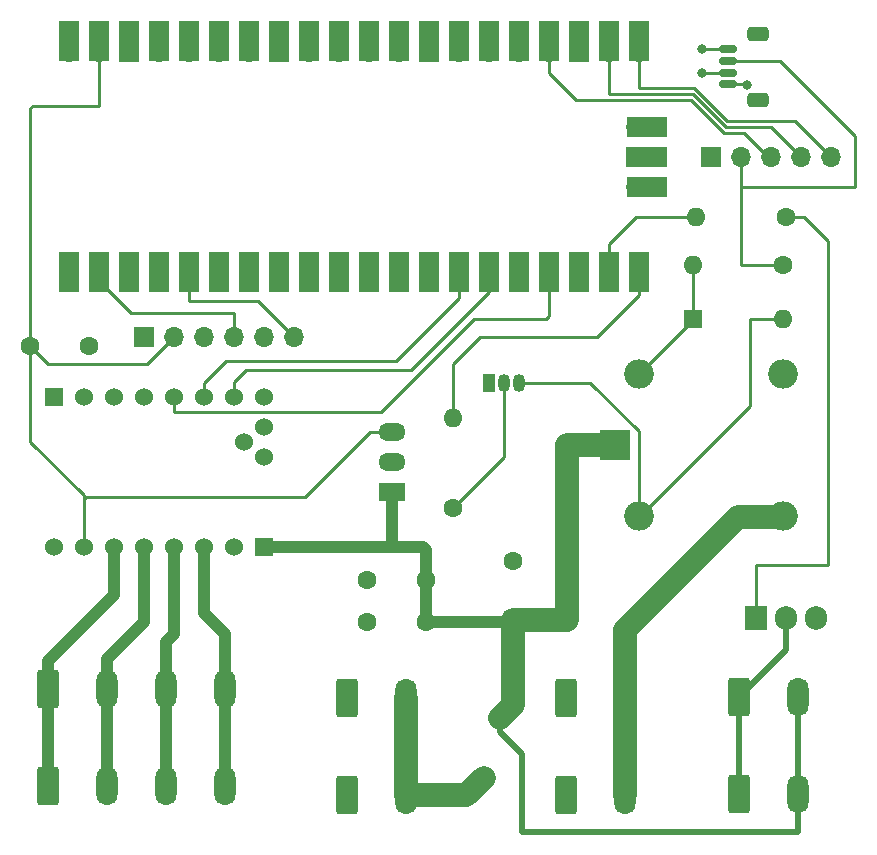
<source format=gbr>
%TF.GenerationSoftware,KiCad,Pcbnew,7.0.1*%
%TF.CreationDate,2023-03-31T16:58:59-04:00*%
%TF.ProjectId,KiwiBoard,4b697769-426f-4617-9264-2e6b69636164,rev?*%
%TF.SameCoordinates,Original*%
%TF.FileFunction,Copper,L1,Top*%
%TF.FilePolarity,Positive*%
%FSLAX46Y46*%
G04 Gerber Fmt 4.6, Leading zero omitted, Abs format (unit mm)*
G04 Created by KiCad (PCBNEW 7.0.1) date 2023-03-31 16:58:59*
%MOMM*%
%LPD*%
G01*
G04 APERTURE LIST*
G04 Aperture macros list*
%AMRoundRect*
0 Rectangle with rounded corners*
0 $1 Rounding radius*
0 $2 $3 $4 $5 $6 $7 $8 $9 X,Y pos of 4 corners*
0 Add a 4 corners polygon primitive as box body*
4,1,4,$2,$3,$4,$5,$6,$7,$8,$9,$2,$3,0*
0 Add four circle primitives for the rounded corners*
1,1,$1+$1,$2,$3*
1,1,$1+$1,$4,$5*
1,1,$1+$1,$6,$7*
1,1,$1+$1,$8,$9*
0 Add four rect primitives between the rounded corners*
20,1,$1+$1,$2,$3,$4,$5,0*
20,1,$1+$1,$4,$5,$6,$7,0*
20,1,$1+$1,$6,$7,$8,$9,0*
20,1,$1+$1,$8,$9,$2,$3,0*%
G04 Aperture macros list end*
%TA.AperFunction,ComponentPad*%
%ADD10R,1.700000X1.700000*%
%TD*%
%TA.AperFunction,ComponentPad*%
%ADD11O,1.700000X1.700000*%
%TD*%
%TA.AperFunction,ComponentPad*%
%ADD12RoundRect,0.250000X-0.650000X-1.400000X0.650000X-1.400000X0.650000X1.400000X-0.650000X1.400000X0*%
%TD*%
%TA.AperFunction,ComponentPad*%
%ADD13O,1.800000X3.300000*%
%TD*%
%TA.AperFunction,ComponentPad*%
%ADD14C,1.590000*%
%TD*%
%TA.AperFunction,ComponentPad*%
%ADD15R,1.050000X1.500000*%
%TD*%
%TA.AperFunction,ComponentPad*%
%ADD16O,1.050000X1.500000*%
%TD*%
%TA.AperFunction,SMDPad,CuDef*%
%ADD17RoundRect,0.150000X-0.625000X0.150000X-0.625000X-0.150000X0.625000X-0.150000X0.625000X0.150000X0*%
%TD*%
%TA.AperFunction,SMDPad,CuDef*%
%ADD18RoundRect,0.250000X-0.650000X0.350000X-0.650000X-0.350000X0.650000X-0.350000X0.650000X0.350000X0*%
%TD*%
%TA.AperFunction,ComponentPad*%
%ADD19R,1.600000X1.600000*%
%TD*%
%TA.AperFunction,ComponentPad*%
%ADD20C,1.600000*%
%TD*%
%TA.AperFunction,ComponentPad*%
%ADD21R,1.905000X2.000000*%
%TD*%
%TA.AperFunction,ComponentPad*%
%ADD22O,1.905000X2.000000*%
%TD*%
%TA.AperFunction,ComponentPad*%
%ADD23O,1.600000X1.600000*%
%TD*%
%TA.AperFunction,ComponentPad*%
%ADD24R,1.524000X1.524000*%
%TD*%
%TA.AperFunction,ComponentPad*%
%ADD25C,1.524000*%
%TD*%
%TA.AperFunction,SMDPad,CuDef*%
%ADD26R,1.700000X3.500000*%
%TD*%
%TA.AperFunction,SMDPad,CuDef*%
%ADD27R,3.500000X1.700000*%
%TD*%
%TA.AperFunction,ComponentPad*%
%ADD28R,2.300000X1.500000*%
%TD*%
%TA.AperFunction,ComponentPad*%
%ADD29O,2.300000X1.500000*%
%TD*%
%TA.AperFunction,ComponentPad*%
%ADD30R,2.500000X2.500000*%
%TD*%
%TA.AperFunction,ComponentPad*%
%ADD31O,2.500000X2.500000*%
%TD*%
%TA.AperFunction,ViaPad*%
%ADD32C,0.800000*%
%TD*%
%TA.AperFunction,Conductor*%
%ADD33C,0.250000*%
%TD*%
%TA.AperFunction,Conductor*%
%ADD34C,1.000000*%
%TD*%
%TA.AperFunction,Conductor*%
%ADD35C,0.500000*%
%TD*%
%TA.AperFunction,Conductor*%
%ADD36C,0.800000*%
%TD*%
%TA.AperFunction,Conductor*%
%ADD37C,2.000000*%
%TD*%
G04 APERTURE END LIST*
D10*
%TO.P,EXPANSION,1,Pin_1*%
%TO.N,GND*%
X61468000Y-67818000D03*
D11*
%TO.P,EXPANSION,2,Pin_2*%
%TO.N,+3.3V*%
X64008000Y-67818000D03*
%TO.P,EXPANSION,3,Pin_3*%
%TO.N,EXT1*%
X66548000Y-67818000D03*
%TO.P,EXPANSION,4,Pin_4*%
%TO.N,EXT2*%
X69088000Y-67818000D03*
%TO.P,EXPANSION,5,Pin_5*%
%TO.N,EXT3*%
X71628000Y-67818000D03*
%TO.P,EXPANSION,6,Pin_6*%
%TO.N,EXT4*%
X74168000Y-67818000D03*
%TD*%
D12*
%TO.P,J1,1,Pin_1*%
%TO.N,GND*%
X78642000Y-98422500D03*
X78642000Y-106622500D03*
D13*
%TO.P,J1,2,Pin_2*%
%TO.N,VCC*%
X83642000Y-98422500D03*
X83642000Y-106622500D03*
%TD*%
D14*
%TO.P,F1,1*%
%TO.N,VCC*%
X90232000Y-105166000D03*
%TO.P,F1,2*%
%TO.N,+12V*%
X91632000Y-100066000D03*
%TD*%
D15*
%TO.P,Q1,1,E*%
%TO.N,GND*%
X90678000Y-71734000D03*
D16*
%TO.P,Q1,2,B*%
%TO.N,Net-(Q1-B)*%
X91948000Y-71734000D03*
%TO.P,Q1,3,C*%
%TO.N,Net-(D1-A)*%
X93218000Y-71734000D03*
%TD*%
D17*
%TO.P,J5,1,Pin_1*%
%TO.N,GND*%
X110943000Y-43458000D03*
%TO.P,J5,2,Pin_2*%
%TO.N,+3.3V*%
X110943000Y-44458000D03*
%TO.P,J5,3,Pin_3*%
%TO.N,SDA*%
X110943000Y-45458000D03*
%TO.P,J5,4,Pin_4*%
%TO.N,SLC*%
X110943000Y-46458000D03*
D18*
%TO.P,J5,MP*%
%TO.N,N/C*%
X113468000Y-42158000D03*
X113468000Y-47758000D03*
%TD*%
D19*
%TO.P,C4,1*%
%TO.N,+12V*%
X92710000Y-91810651D03*
D20*
%TO.P,C4,2*%
%TO.N,GND*%
X92710000Y-86810651D03*
%TD*%
%TO.P,C3,1*%
%TO.N,+3.3V*%
X51856000Y-68580000D03*
%TO.P,C3,2*%
%TO.N,GND*%
X56856000Y-68580000D03*
%TD*%
%TO.P,C1,1*%
%TO.N,+12V*%
X85344000Y-91948000D03*
%TO.P,C1,2*%
%TO.N,GND*%
X80344000Y-91948000D03*
%TD*%
D21*
%TO.P,Q2,1,B*%
%TO.N,Net-(Q2-B)*%
X113284000Y-91623000D03*
D22*
%TO.P,Q2,2,C*%
%TO.N,FAN_GND*%
X115824000Y-91623000D03*
%TO.P,Q2,3,E*%
%TO.N,GND*%
X118364000Y-91623000D03*
%TD*%
D20*
%TO.P,C2,1*%
%TO.N,+12V*%
X85344000Y-88392000D03*
%TO.P,C2,2*%
%TO.N,GND*%
X80344000Y-88392000D03*
%TD*%
%TO.P,R1,1*%
%TO.N,Net-(Q1-B)*%
X87630000Y-82296000D03*
D23*
%TO.P,R1,2*%
%TO.N,HEATER_CTL*%
X87630000Y-74676000D03*
%TD*%
D19*
%TO.P,D1,1,K*%
%TO.N,Net-(D1-K)*%
X107950000Y-66294000D03*
D23*
%TO.P,D1,2,A*%
%TO.N,Net-(D1-A)*%
X115570000Y-66294000D03*
%TD*%
D12*
%TO.P,J3,1,Pin_1*%
%TO.N,FAN_GND*%
X111840000Y-98298000D03*
X111840000Y-106498000D03*
D13*
%TO.P,J3,2,Pin_2*%
%TO.N,+12V*%
X116840000Y-98298000D03*
X116840000Y-106498000D03*
%TD*%
D24*
%TO.P,U4,JP1_1,DIR*%
%TO.N,unconnected-(U4-DIR-PadJP1_1)*%
X53848000Y-72898000D03*
D25*
%TO.P,U4,JP1_2,STEP*%
%TO.N,unconnected-(U4-STEP-PadJP1_2)*%
X56388000Y-72898000D03*
%TO.P,U4,JP1_3*%
%TO.N,N/C*%
X58928000Y-72898000D03*
%TO.P,U4,JP1_4,SDO*%
%TO.N,MISO*%
X61468000Y-72898000D03*
%TO.P,U4,JP1_5,CS*%
%TO.N,SS*%
X64008000Y-72898000D03*
%TO.P,U4,JP1_6,SCK*%
%TO.N,SCLK*%
X66548000Y-72898000D03*
%TO.P,U4,JP1_7,SDI*%
%TO.N,MOSI*%
X69088000Y-72898000D03*
%TO.P,U4,JP1_8,EN*%
%TO.N,MOTOR_EN*%
X71628000Y-72898000D03*
D24*
%TO.P,U4,JP2_1,VM*%
%TO.N,+12V*%
X71628000Y-85598000D03*
D25*
%TO.P,U4,JP2_2,GND*%
%TO.N,GND*%
X69088000Y-85598000D03*
%TO.P,U4,JP2_3,OA2*%
%TO.N,A+*%
X66548000Y-85598000D03*
%TO.P,U4,JP2_4,OA1*%
%TO.N,A-*%
X64008000Y-85598000D03*
%TO.P,U4,JP2_5,OB1*%
%TO.N,B+*%
X61468000Y-85598000D03*
%TO.P,U4,JP2_6,OB2*%
%TO.N,B-*%
X58928000Y-85598000D03*
%TO.P,U4,JP2_7,VIO*%
%TO.N,+3.3V*%
X56388000Y-85598000D03*
%TO.P,U4,JP2_8,GND*%
%TO.N,GND*%
X53848000Y-85598000D03*
%TO.P,U4,JP3_1,DIAG*%
%TO.N,unconnected-(U4-DIAG-PadJP3_1)*%
X71628000Y-77978000D03*
%TO.P,U4,JP3_2,INDEX*%
%TO.N,unconnected-(U4-INDEX-PadJP3_2)*%
X71628000Y-75438000D03*
%TO.P,U4,VREF,VREF*%
%TO.N,unconnected-(U4-PadVREF)*%
X69977000Y-76708000D03*
%TD*%
D20*
%TO.P,R3,1*%
%TO.N,Net-(Q2-B)*%
X115824000Y-57658000D03*
D23*
%TO.P,R3,2*%
%TO.N,FAN_CTL*%
X108204000Y-57658000D03*
%TD*%
D11*
%TO.P,U1,1,GPIO0*%
%TO.N,EXT1*%
X55118000Y-61468000D03*
D26*
X55118000Y-62368000D03*
D11*
%TO.P,U1,2,GPIO1*%
%TO.N,EXT2*%
X57658000Y-61468000D03*
D26*
X57658000Y-62368000D03*
D10*
%TO.P,U1,3,GND*%
%TO.N,GND*%
X60198000Y-61468000D03*
D26*
X60198000Y-62368000D03*
D11*
%TO.P,U1,4,GPIO2*%
%TO.N,EXT3*%
X62738000Y-61468000D03*
D26*
X62738000Y-62368000D03*
D11*
%TO.P,U1,5,GPIO3*%
%TO.N,EXT4*%
X65278000Y-61468000D03*
D26*
X65278000Y-62368000D03*
D11*
%TO.P,U1,6,GPIO4*%
%TO.N,SDA*%
X67818000Y-61468000D03*
D26*
X67818000Y-62368000D03*
D11*
%TO.P,U1,7,GPIO5*%
%TO.N,SLC*%
X70358000Y-61468000D03*
D26*
X70358000Y-62368000D03*
D10*
%TO.P,U1,8,GND*%
%TO.N,GND*%
X72898000Y-61468000D03*
D26*
X72898000Y-62368000D03*
D11*
%TO.P,U1,9,GPIO6*%
%TO.N,unconnected-(U1-GPIO6-Pad9)*%
X75438000Y-61468000D03*
D26*
X75438000Y-62368000D03*
D11*
%TO.P,U1,10,GPIO7*%
%TO.N,unconnected-(U1-GPIO7-Pad10)*%
X77978000Y-61468000D03*
D26*
X77978000Y-62368000D03*
D11*
%TO.P,U1,11,GPIO8*%
%TO.N,unconnected-(U1-GPIO8-Pad11)*%
X80518000Y-61468000D03*
D26*
X80518000Y-62368000D03*
D11*
%TO.P,U1,12,GPIO9*%
%TO.N,MOTOR_EN*%
X83058000Y-61468000D03*
D26*
X83058000Y-62368000D03*
D10*
%TO.P,U1,13,GND*%
%TO.N,GND*%
X85598000Y-61468000D03*
D26*
X85598000Y-62368000D03*
D11*
%TO.P,U1,14,GPIO10*%
%TO.N,SCLK*%
X88138000Y-61468000D03*
D26*
X88138000Y-62368000D03*
D11*
%TO.P,U1,15,GPIO11*%
%TO.N,MOSI*%
X90678000Y-61468000D03*
D26*
X90678000Y-62368000D03*
D11*
%TO.P,U1,16,GPIO12*%
%TO.N,MISO*%
X93218000Y-61468000D03*
D26*
X93218000Y-62368000D03*
D11*
%TO.P,U1,17,GPIO13*%
%TO.N,SS*%
X95758000Y-61468000D03*
D26*
X95758000Y-62368000D03*
D10*
%TO.P,U1,18,GND*%
%TO.N,GND*%
X98298000Y-61468000D03*
D26*
X98298000Y-62368000D03*
D11*
%TO.P,U1,19,GPIO14*%
%TO.N,FAN_CTL*%
X100838000Y-61468000D03*
D26*
X100838000Y-62368000D03*
D11*
%TO.P,U1,20,GPIO15*%
%TO.N,HEATER_CTL*%
X103378000Y-61468000D03*
D26*
X103378000Y-62368000D03*
D11*
%TO.P,U1,21,GPIO16*%
%TO.N,ENC2*%
X103378000Y-43688000D03*
D26*
X103378000Y-42788000D03*
D11*
%TO.P,U1,22,GPIO17*%
%TO.N,ENC1*%
X100838000Y-43688000D03*
D26*
X100838000Y-42788000D03*
D10*
%TO.P,U1,23,GND*%
%TO.N,GND*%
X98298000Y-43688000D03*
D26*
X98298000Y-42788000D03*
D11*
%TO.P,U1,24,GPIO18*%
%TO.N,BTN*%
X95758000Y-43688000D03*
D26*
X95758000Y-42788000D03*
D11*
%TO.P,U1,25,GPIO19*%
%TO.N,unconnected-(U1-GPIO19-Pad25)*%
X93218000Y-43688000D03*
D26*
X93218000Y-42788000D03*
D11*
%TO.P,U1,26,GPIO20*%
%TO.N,unconnected-(U1-GPIO20-Pad26)*%
X90678000Y-43688000D03*
D26*
X90678000Y-42788000D03*
D11*
%TO.P,U1,27,GPIO21*%
%TO.N,unconnected-(U1-GPIO21-Pad27)*%
X88138000Y-43688000D03*
D26*
X88138000Y-42788000D03*
D10*
%TO.P,U1,28,GND*%
%TO.N,GND*%
X85598000Y-43688000D03*
D26*
X85598000Y-42788000D03*
D11*
%TO.P,U1,29,GPIO22*%
%TO.N,unconnected-(U1-GPIO22-Pad29)*%
X83058000Y-43688000D03*
D26*
X83058000Y-42788000D03*
D11*
%TO.P,U1,30,RUN*%
%TO.N,unconnected-(U1-RUN-Pad30)*%
X80518000Y-43688000D03*
D26*
X80518000Y-42788000D03*
D11*
%TO.P,U1,31,GPIO26_ADC0*%
%TO.N,unconnected-(U1-GPIO26_ADC0-Pad31)*%
X77978000Y-43688000D03*
D26*
X77978000Y-42788000D03*
D11*
%TO.P,U1,32,GPIO27_ADC1*%
%TO.N,unconnected-(U1-GPIO27_ADC1-Pad32)*%
X75438000Y-43688000D03*
D26*
X75438000Y-42788000D03*
D10*
%TO.P,U1,33,AGND*%
%TO.N,GND*%
X72898000Y-43688000D03*
D26*
X72898000Y-42788000D03*
D11*
%TO.P,U1,34,GPIO28_ADC2*%
%TO.N,unconnected-(U1-GPIO28_ADC2-Pad34)*%
X70358000Y-43688000D03*
D26*
X70358000Y-42788000D03*
D11*
%TO.P,U1,35,ADC_VREF*%
%TO.N,unconnected-(U1-ADC_VREF-Pad35)*%
X67818000Y-43688000D03*
D26*
X67818000Y-42788000D03*
D11*
%TO.P,U1,36,3V3*%
%TO.N,unconnected-(U1-3V3-Pad36)*%
X65278000Y-43688000D03*
D26*
X65278000Y-42788000D03*
D11*
%TO.P,U1,37,3V3_EN*%
%TO.N,unconnected-(U1-3V3_EN-Pad37)*%
X62738000Y-43688000D03*
D26*
X62738000Y-42788000D03*
D10*
%TO.P,U1,38,GND*%
%TO.N,GND*%
X60198000Y-43688000D03*
D26*
X60198000Y-42788000D03*
D11*
%TO.P,U1,39,VSYS*%
%TO.N,+3.3V*%
X57658000Y-43688000D03*
D26*
X57658000Y-42788000D03*
D11*
%TO.P,U1,40,VBUS*%
%TO.N,unconnected-(U1-VBUS-Pad40)*%
X55118000Y-43688000D03*
D26*
X55118000Y-42788000D03*
D11*
%TO.P,U1,41,SWCLK*%
%TO.N,unconnected-(U1-SWCLK-Pad41)*%
X103148000Y-55118000D03*
D27*
X104048000Y-55118000D03*
D10*
%TO.P,U1,42,GND*%
%TO.N,unconnected-(U1-GND-Pad42)*%
X103148000Y-52578000D03*
D27*
X104048000Y-52578000D03*
D11*
%TO.P,U1,43,SWDIO*%
%TO.N,unconnected-(U1-SWDIO-Pad43)*%
X103148000Y-50038000D03*
D27*
X104048000Y-50038000D03*
%TD*%
D12*
%TO.P,J2,1,Pin_1*%
%TO.N,GND*%
X97184000Y-98422500D03*
X97184000Y-106622500D03*
D13*
%TO.P,J2,2,Pin_2*%
%TO.N,HEATER_OUT*%
X102184000Y-98422500D03*
X102184000Y-106622500D03*
%TD*%
D10*
%TO.P,J6,1,Pin_1*%
%TO.N,GND*%
X109474000Y-52578000D03*
D11*
%TO.P,J6,2,Pin_2*%
%TO.N,+3.3V*%
X112014000Y-52578000D03*
%TO.P,J6,3,Pin_3*%
%TO.N,BTN*%
X114554000Y-52578000D03*
%TO.P,J6,4,Pin_4*%
%TO.N,ENC1*%
X117094000Y-52578000D03*
%TO.P,J6,5,Pin_5*%
%TO.N,ENC2*%
X119634000Y-52578000D03*
%TD*%
D12*
%TO.P,J4,1,Pin_1*%
%TO.N,B-*%
X53322000Y-97660500D03*
X53322000Y-105860500D03*
D13*
%TO.P,J4,2,Pin_2*%
%TO.N,B+*%
X58322000Y-97660500D03*
X58322000Y-105860500D03*
%TO.P,J4,3,Pin_3*%
%TO.N,A-*%
X63322000Y-97660500D03*
X63322000Y-105860500D03*
%TO.P,J4,4,Pin_4*%
%TO.N,A+*%
X68322000Y-97660500D03*
X68322000Y-105860500D03*
%TD*%
D28*
%TO.P,U2,1,IN*%
%TO.N,+12V*%
X82471500Y-80933000D03*
D29*
%TO.P,U2,2,GND*%
%TO.N,GND*%
X82471500Y-78393000D03*
%TO.P,U2,3,OUT*%
%TO.N,+3.3V*%
X82471500Y-75853000D03*
%TD*%
D30*
%TO.P,K1,1*%
%TO.N,+12V*%
X101354500Y-76962000D03*
D31*
%TO.P,K1,2*%
%TO.N,Net-(D1-A)*%
X103354500Y-82962000D03*
%TO.P,K1,3*%
%TO.N,HEATER_OUT*%
X115554500Y-82962000D03*
%TO.P,K1,4*%
%TO.N,unconnected-(K1-Pad4)*%
X115554500Y-70962000D03*
%TO.P,K1,5*%
%TO.N,Net-(D1-K)*%
X103354500Y-70962000D03*
%TD*%
D20*
%TO.P,R2,1*%
%TO.N,+3.3V*%
X115570000Y-61722000D03*
D23*
%TO.P,R2,2*%
%TO.N,Net-(D1-K)*%
X107950000Y-61722000D03*
%TD*%
D32*
%TO.N,SLC*%
X112522000Y-46482000D03*
%TO.N,GND*%
X108712000Y-43434000D03*
%TO.N,SDA*%
X108712000Y-45466000D03*
%TD*%
D33*
%TO.N,EXT4*%
X65278000Y-64770000D02*
X71120000Y-64770000D01*
X65278000Y-61468000D02*
X65278000Y-64770000D01*
X71120000Y-64770000D02*
X74168000Y-67818000D01*
%TO.N,EXT2*%
X57658000Y-63078000D02*
X60366000Y-65786000D01*
X69088000Y-65786000D02*
X69088000Y-67818000D01*
X57658000Y-61468000D02*
X57658000Y-63078000D01*
X60366000Y-65786000D02*
X69088000Y-65786000D01*
%TO.N,+3.3V*%
X53380000Y-70104000D02*
X51856000Y-68580000D01*
X61722000Y-70104000D02*
X53380000Y-70104000D01*
X64008000Y-67818000D02*
X61722000Y-70104000D01*
%TO.N,SCLK*%
X88138000Y-64516000D02*
X82804000Y-69850000D01*
X88138000Y-61468000D02*
X88138000Y-64516000D01*
X82804000Y-69850000D02*
X68453000Y-69850000D01*
X68453000Y-69850000D02*
X66548000Y-71755000D01*
X66548000Y-71755000D02*
X66548000Y-72898000D01*
%TO.N,MOSI*%
X90678000Y-64008000D02*
X90678000Y-61468000D01*
X84074000Y-70612000D02*
X90678000Y-64008000D01*
X70104000Y-70612000D02*
X84074000Y-70612000D01*
X69088000Y-71628000D02*
X70104000Y-70612000D01*
X69088000Y-72898000D02*
X69088000Y-71628000D01*
%TO.N,SLC*%
X112498000Y-46458000D02*
X112522000Y-46482000D01*
X110943000Y-46458000D02*
X112498000Y-46458000D01*
D34*
%TO.N,+12V*%
X82471500Y-85598000D02*
X85090000Y-85598000D01*
D35*
X116840000Y-98298000D02*
X116840000Y-106498000D01*
D36*
X92572651Y-91948000D02*
X92710000Y-91810651D01*
D35*
X93472000Y-109728000D02*
X93472000Y-103124000D01*
D34*
X85344000Y-85852000D02*
X85344000Y-88392000D01*
D37*
X97282000Y-91810651D02*
X97282000Y-76962000D01*
X92710000Y-91810651D02*
X97282000Y-91810651D01*
X91632000Y-100066000D02*
X92710000Y-98988000D01*
X97282000Y-76962000D02*
X101354500Y-76962000D01*
D34*
X71628000Y-85598000D02*
X82471500Y-85598000D01*
X85090000Y-85598000D02*
X85344000Y-85852000D01*
X85344000Y-91948000D02*
X92572651Y-91948000D01*
D35*
X91632000Y-101284000D02*
X91632000Y-100066000D01*
X93472000Y-103124000D02*
X91632000Y-101284000D01*
D34*
X85344000Y-91948000D02*
X85344000Y-88392000D01*
X82471500Y-85598000D02*
X82471500Y-80933000D01*
D35*
X116840000Y-109728000D02*
X93472000Y-109728000D01*
D37*
X92710000Y-98988000D02*
X92710000Y-91810651D01*
D35*
X116840000Y-106498000D02*
X116840000Y-109728000D01*
D33*
%TO.N,GND*%
X108736000Y-43458000D02*
X110943000Y-43458000D01*
X108712000Y-43434000D02*
X108736000Y-43458000D01*
%TO.N,Net-(D1-K)*%
X107950000Y-66294000D02*
X107950000Y-66366500D01*
X107950000Y-61722000D02*
X107950000Y-66294000D01*
X107950000Y-66366500D02*
X103354500Y-70962000D01*
%TO.N,Net-(D1-A)*%
X103354500Y-82962000D02*
X103474000Y-82962000D01*
X93218000Y-71734000D02*
X99276500Y-71734000D01*
X99276500Y-71734000D02*
X103354500Y-75812000D01*
X112776000Y-66294000D02*
X115570000Y-66294000D01*
X103354500Y-75812000D02*
X103354500Y-82962000D01*
X103474000Y-82962000D02*
X112776000Y-73660000D01*
X112776000Y-73660000D02*
X112776000Y-66294000D01*
D36*
%TO.N,HEATER_OUT*%
X115554500Y-83073500D02*
X115554500Y-82962000D01*
D37*
X102184000Y-98422500D02*
X102184000Y-106622500D01*
X102184000Y-98422500D02*
X102184000Y-92634000D01*
X111744500Y-83073500D02*
X115554500Y-83073500D01*
X102184000Y-92634000D02*
X111744500Y-83073500D01*
D33*
%TO.N,Net-(Q1-B)*%
X91948000Y-77978000D02*
X91948000Y-71734000D01*
X87630000Y-82296000D02*
X91948000Y-77978000D01*
%TO.N,Net-(Q2-B)*%
X119380000Y-87122000D02*
X113284000Y-87122000D01*
X115824000Y-57658000D02*
X117348000Y-57658000D01*
X117348000Y-57658000D02*
X119380000Y-59690000D01*
X119380000Y-59690000D02*
X119380000Y-87122000D01*
X113284000Y-87122000D02*
X113284000Y-91623000D01*
D35*
%TO.N,FAN_GND*%
X111840000Y-106498000D02*
X111840000Y-98298000D01*
X115824000Y-94314000D02*
X111840000Y-98298000D01*
X115824000Y-91623000D02*
X115824000Y-94314000D01*
D33*
%TO.N,HEATER_CTL*%
X89916000Y-67818000D02*
X87630000Y-70104000D01*
X103378000Y-61468000D02*
X103378000Y-64262000D01*
X87630000Y-70104000D02*
X87630000Y-74676000D01*
X99822000Y-67818000D02*
X89916000Y-67818000D01*
X103378000Y-64262000D02*
X99822000Y-67818000D01*
%TO.N,+3.3V*%
X82471500Y-75853000D02*
X80611000Y-75853000D01*
X112014000Y-55118000D02*
X112014000Y-52578000D01*
X75081304Y-81382696D02*
X56539304Y-81382696D01*
X80611000Y-75853000D02*
X75081304Y-81382696D01*
X51856000Y-48474000D02*
X52070000Y-48260000D01*
X56539304Y-81382696D02*
X56388000Y-81534000D01*
X121666000Y-50800000D02*
X115316000Y-44450000D01*
X51856000Y-68580000D02*
X51856000Y-76699392D01*
X56388000Y-81231392D02*
X56388000Y-85598000D01*
X115316000Y-44450000D02*
X110951000Y-44450000D01*
X112014000Y-55118000D02*
X121666000Y-55118000D01*
X51856000Y-68580000D02*
X51856000Y-48474000D01*
X51856000Y-76699392D02*
X56388000Y-81231392D01*
X112014000Y-61722000D02*
X112014000Y-55118000D01*
X52070000Y-48260000D02*
X57658000Y-48260000D01*
X57658000Y-48260000D02*
X57658000Y-43688000D01*
X121666000Y-55118000D02*
X121666000Y-50800000D01*
X115570000Y-61722000D02*
X112014000Y-61722000D01*
X110951000Y-44450000D02*
X110943000Y-44458000D01*
X56388000Y-81534000D02*
X56388000Y-85598000D01*
%TO.N,FAN_CTL*%
X103124000Y-57658000D02*
X108204000Y-57658000D01*
X100838000Y-61468000D02*
X100838000Y-59944000D01*
X100838000Y-59944000D02*
X103124000Y-57658000D01*
D34*
%TO.N,A+*%
X68322000Y-92968000D02*
X68322000Y-97660500D01*
X68322000Y-97660500D02*
X68322000Y-105860500D01*
X66548000Y-85598000D02*
X66548000Y-91186000D01*
X68326000Y-92964000D02*
X68322000Y-92968000D01*
X66548000Y-91186000D02*
X68326000Y-92964000D01*
%TO.N,A-*%
X64008000Y-92964000D02*
X63322000Y-93650000D01*
X64008000Y-85598000D02*
X64008000Y-92964000D01*
X63322000Y-93650000D02*
X63322000Y-97660500D01*
X63322000Y-97660500D02*
X63322000Y-105860500D01*
%TO.N,B+*%
X58322000Y-95094000D02*
X58322000Y-97660500D01*
X58322000Y-97660500D02*
X58322000Y-105860500D01*
X61468000Y-85598000D02*
X61468000Y-91948000D01*
X61468000Y-91948000D02*
X58322000Y-95094000D01*
%TO.N,B-*%
X53322000Y-97660500D02*
X53322000Y-105860500D01*
X58928000Y-85598000D02*
X58928000Y-89662000D01*
X53322000Y-95268000D02*
X53322000Y-97660500D01*
X58928000Y-89662000D02*
X53322000Y-95268000D01*
D33*
%TO.N,SDA*%
X108712000Y-45466000D02*
X110935000Y-45466000D01*
X110935000Y-45466000D02*
X110943000Y-45458000D01*
%TO.N,SLC*%
X110771000Y-46286000D02*
X110943000Y-46458000D01*
%TO.N,SS*%
X95758000Y-61468000D02*
X95758000Y-66040000D01*
X95504000Y-66294000D02*
X89408000Y-66294000D01*
X81534000Y-74168000D02*
X64008000Y-74168000D01*
X64008000Y-74168000D02*
X64008000Y-72898000D01*
X95758000Y-66040000D02*
X95504000Y-66294000D01*
X89408000Y-66294000D02*
X81534000Y-74168000D01*
%TO.N,BTN*%
X95758000Y-41402000D02*
X95758000Y-43688000D01*
X112268000Y-50546000D02*
X110618396Y-50546000D01*
X107824396Y-47752000D02*
X98044000Y-47752000D01*
X95758000Y-45466000D02*
X95758000Y-43688000D01*
X110618396Y-50546000D02*
X107824396Y-47752000D01*
X114300000Y-52578000D02*
X112268000Y-50546000D01*
X114554000Y-52578000D02*
X114300000Y-52578000D01*
X98044000Y-47752000D02*
X95758000Y-45466000D01*
%TO.N,ENC1*%
X100838000Y-47244000D02*
X100838000Y-43688000D01*
X114554000Y-50038000D02*
X110746792Y-50038000D01*
X117094000Y-52578000D02*
X114554000Y-50038000D01*
X110746792Y-50038000D02*
X107952792Y-47244000D01*
X107952792Y-47244000D02*
X100838000Y-47244000D01*
%TO.N,ENC2*%
X108081188Y-46736000D02*
X103378000Y-46736000D01*
X116586000Y-49530000D02*
X110875188Y-49530000D01*
X103378000Y-46736000D02*
X103378000Y-43688000D01*
X119634000Y-52578000D02*
X116586000Y-49530000D01*
X110875188Y-49530000D02*
X108081188Y-46736000D01*
D37*
%TO.N,VCC*%
X83642000Y-106622500D02*
X88775500Y-106622500D01*
X88775500Y-106622500D02*
X90232000Y-105166000D01*
X83642000Y-106622500D02*
X83642000Y-98422500D01*
%TD*%
M02*

</source>
